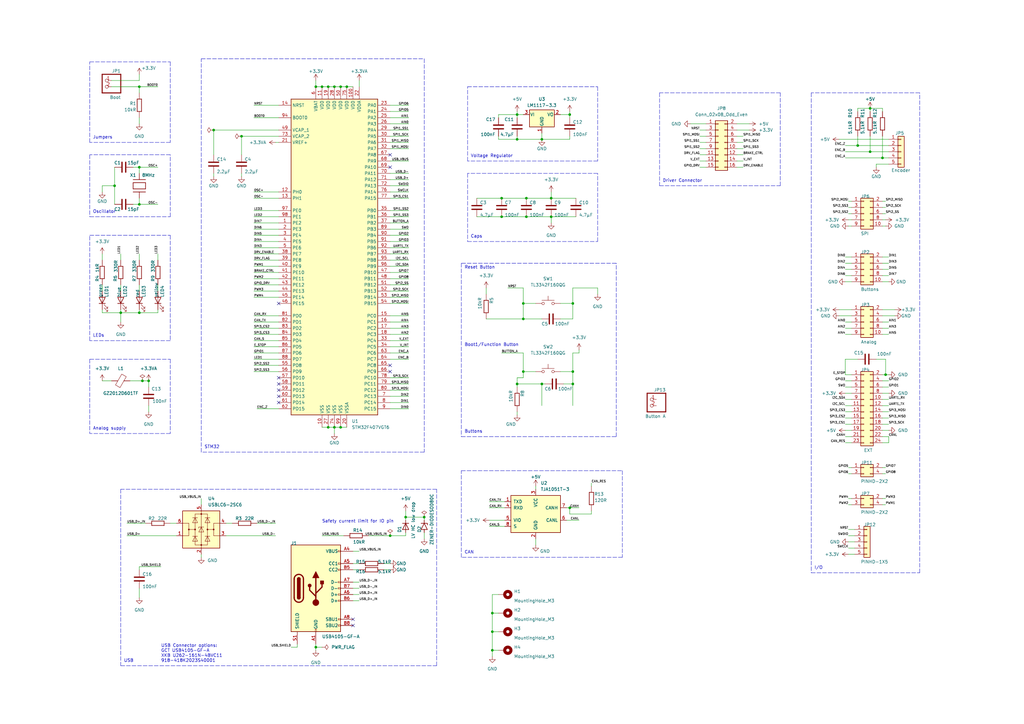
<source format=kicad_sch>
(kicad_sch (version 20211123) (generator eeschema)
  (paper "A3")
  (title_block (title "OpenFFBoard main") (date "2022-12-29") (rev "V1.2.4"))
  (junction (at 57.15 128.27))
  (junction (at 129.54 35.56))
  (junction (at 212.09 57.15))
  (junction (at 166.37 212.09))
  (junction (at 226.06 88.9))
  (junction (at 87.63 53.34))
  (junction (at 214.63 130.81))
  (junction (at 351.79 59.69))
  (junction (at 137.16 175.26))
  (junction (at 201.93 266.7))
  (junction (at 356.87 44.45))
  (junction (at 60.96 156.21))
  (junction (at 137.16 35.56))
  (junction (at 214.63 124.46))
  (junction (at 356.87 62.23))
  (junction (at 234.95 157.48))
  (junction (at 363.22 153.67))
  (junction (at 134.62 175.26))
  (junction (at 160.02 219.71))
  (junction (at 215.9 81.28))
  (junction (at 132.08 35.56))
  (junction (at 226.06 81.28))
  (junction (at 46.99 76.2))
  (junction (at 215.9 88.9))
  (junction (at 142.24 35.56))
  (junction (at 205.74 81.28))
  (junction (at 201.93 259.08))
  (junction (at 58.42 156.21))
  (junction (at 129.54 265.43))
  (junction (at 233.68 46.99))
  (junction (at 139.7 35.56))
  (junction (at 212.09 46.99))
  (junction (at 201.93 251.46))
  (junction (at 139.7 175.26))
  (junction (at 234.95 152.4))
  (junction (at 234.95 124.46))
  (junction (at 214.63 152.4))
  (junction (at 222.25 57.15))
  (junction (at 57.15 83.82))
  (junction (at 57.15 35.56))
  (junction (at 205.74 88.9))
  (junction (at 57.15 68.58))
  (junction (at 134.62 35.56))
  (junction (at 222.25 157.48))
  (junction (at 233.68 208.28))
  (junction (at 212.09 157.48))
  (junction (at 361.95 64.77))
  (junction (at 49.53 128.27))
  (junction (at 173.99 212.09))
  (junction (at 99.06 55.88))
  (no_connect (at 144.78 256.54))
  (no_connect (at 144.78 254))
  (no_connect (at 114.3 124.46))
  (no_connect (at 114.3 154.94))
  (no_connect (at 160.02 152.4))
  (no_connect (at 160.02 149.86))
  (no_connect (at 160.02 63.5))
  (no_connect (at 160.02 68.58))
  (no_connect (at 114.3 160.02))
  (no_connect (at 114.3 157.48))
  (no_connect (at 114.3 165.1))
  (no_connect (at 114.3 162.56))
  (wire (pts (xy 234.95 166.37) (xy 234.95 157.48)))
  (wire (pts (xy 54.61 83.82) (xy 57.15 83.82)))
  (wire (pts (xy 349.25 90.17) (xy 347.98 90.17)))
  (polyline (pts (xy 36.83 147.32) (xy 69.85 147.32)))
  (wire (pts (xy 344.17 57.15) (xy 364.49 57.15)))
  (wire (pts (xy 356.87 62.23) (xy 364.49 62.23)))
  (wire (pts (xy 173.99 212.09) (xy 173.99 213.36)))
  (wire (pts (xy 231.14 157.48) (xy 234.95 157.48)))
  (wire (pts (xy 64.77 128.27) (xy 64.77 127)))
  (wire (pts (xy 287.02 53.34) (xy 289.56 53.34)))
  (wire (pts (xy 351.79 44.45) (xy 356.87 44.45)))
  (wire (pts (xy 346.71 64.77) (xy 361.95 64.77)))
  (wire (pts (xy 212.09 157.48) (xy 222.25 157.48)))
  (wire (pts (xy 137.16 35.56) (xy 139.7 35.56)))
  (wire (pts (xy 104.14 139.7) (xy 114.3 139.7)))
  (wire (pts (xy 349.25 194.31) (xy 347.98 194.31)))
  (wire (pts (xy 147.32 241.3) (xy 144.78 241.3)))
  (polyline (pts (xy 36.83 25.4) (xy 69.85 25.4)))
  (wire (pts (xy 349.25 161.29) (xy 346.71 161.29)))
  (wire (pts (xy 60.96 156.21) (xy 60.96 158.75)))
  (polyline (pts (xy 377.19 234.95) (xy 377.19 38.1)))
  (wire (pts (xy 205.74 81.28) (xy 215.9 81.28)))
  (wire (pts (xy 160.02 96.52) (xy 167.64 96.52)))
  (wire (pts (xy 287.02 68.58) (xy 289.56 68.58)))
  (wire (pts (xy 114.3 91.44) (xy 104.14 91.44)))
  (polyline (pts (xy 245.11 66.04) (xy 191.77 66.04)))
  (wire (pts (xy 349.25 166.37) (xy 346.71 166.37)))
  (wire (pts (xy 349.25 176.53) (xy 346.71 176.53)))
  (wire (pts (xy 361.95 194.31) (xy 363.22 194.31)))
  (wire (pts (xy 82.55 227.33) (xy 82.55 228.6)))
  (wire (pts (xy 160.02 58.42) (xy 167.64 58.42)))
  (wire (pts (xy 229.87 46.99) (xy 233.68 46.99)))
  (polyline (pts (xy 245.11 71.12) (xy 191.77 71.12)))
  (polyline (pts (xy 255.27 193.04) (xy 255.27 228.6)))
  (wire (pts (xy 129.54 264.16) (xy 129.54 265.43)))
  (polyline (pts (xy 69.85 63.5) (xy 36.83 63.5)))
  (wire (pts (xy 166.37 212.09) (xy 173.99 212.09)))
  (wire (pts (xy 114.3 109.22) (xy 104.14 109.22)))
  (wire (pts (xy 226.06 81.28) (xy 236.22 81.28)))
  (polyline (pts (xy 36.83 139.7) (xy 36.83 96.52)))
  (wire (pts (xy 166.37 218.44) (xy 166.37 219.71)))
  (wire (pts (xy 114.3 101.6) (xy 104.14 101.6)))
  (wire (pts (xy 147.32 33.02) (xy 147.32 35.56)))
  (wire (pts (xy 222.25 54.61) (xy 222.25 57.15)))
  (wire (pts (xy 233.68 210.82) (xy 242.57 210.82)))
  (wire (pts (xy 204.47 46.99) (xy 212.09 46.99)))
  (wire (pts (xy 114.3 116.84) (xy 104.14 116.84)))
  (wire (pts (xy 349.25 163.83) (xy 346.71 163.83)))
  (wire (pts (xy 160.02 219.71) (xy 166.37 219.71)))
  (polyline (pts (xy 36.83 96.52) (xy 69.85 96.52)))
  (wire (pts (xy 349.25 107.95) (xy 346.71 107.95)))
  (wire (pts (xy 242.57 198.12) (xy 242.57 199.39)))
  (wire (pts (xy 234.95 124.46) (xy 234.95 130.81)))
  (wire (pts (xy 82.55 204.47) (xy 82.55 207.01)))
  (wire (pts (xy 160.02 91.44) (xy 167.64 91.44)))
  (wire (pts (xy 229.87 152.4) (xy 234.95 152.4)))
  (wire (pts (xy 226.06 88.9) (xy 236.22 88.9)))
  (wire (pts (xy 234.95 118.11) (xy 245.11 118.11)))
  (polyline (pts (xy 332.74 38.1) (xy 332.74 234.95)))
  (wire (pts (xy 57.15 35.56) (xy 64.77 35.56)))
  (wire (pts (xy 52.07 219.71) (xy 72.39 219.71)))
  (wire (pts (xy 214.63 154.94) (xy 212.09 154.94)))
  (wire (pts (xy 346.71 62.23) (xy 356.87 62.23)))
  (wire (pts (xy 104.14 132.08) (xy 114.3 132.08)))
  (wire (pts (xy 60.96 166.37) (xy 60.96 168.91)))
  (wire (pts (xy 41.91 128.27) (xy 41.91 127)))
  (wire (pts (xy 99.06 71.12) (xy 99.06 72.39)))
  (wire (pts (xy 242.57 209.55) (xy 242.57 210.82)))
  (wire (pts (xy 57.15 241.3) (xy 57.15 245.11)))
  (wire (pts (xy 41.91 128.27) (xy 49.53 128.27)))
  (wire (pts (xy 349.25 87.63) (xy 347.98 87.63)))
  (wire (pts (xy 361.95 105.41) (xy 364.49 105.41)))
  (wire (pts (xy 49.53 116.84) (xy 49.53 119.38)))
  (wire (pts (xy 364.49 181.61) (xy 364.49 179.07)))
  (wire (pts (xy 233.68 45.72) (xy 233.68 46.99)))
  (wire (pts (xy 160.02 53.34) (xy 167.64 53.34)))
  (wire (pts (xy 361.95 107.95) (xy 364.49 107.95)))
  (wire (pts (xy 173.99 220.98) (xy 173.99 218.44)))
  (wire (pts (xy 349.25 85.09) (xy 347.98 85.09)))
  (wire (pts (xy 157.48 231.14) (xy 160.02 231.14)))
  (wire (pts (xy 114.3 119.38) (xy 104.14 119.38)))
  (wire (pts (xy 160.02 124.46) (xy 167.64 124.46)))
  (wire (pts (xy 54.61 68.58) (xy 57.15 68.58)))
  (wire (pts (xy 151.13 219.71) (xy 160.02 219.71)))
  (wire (pts (xy 160.02 86.36) (xy 167.64 86.36)))
  (wire (pts (xy 346.71 147.32) (xy 346.71 153.67)))
  (polyline (pts (xy 69.85 25.4) (xy 69.85 58.42)))
  (wire (pts (xy 212.09 57.15) (xy 222.25 57.15)))
  (polyline (pts (xy 245.11 99.06) (xy 245.11 71.12)))
  (wire (pts (xy 132.08 35.56) (xy 134.62 35.56)))
  (wire (pts (xy 349.25 110.49) (xy 346.71 110.49)))
  (polyline (pts (xy 69.85 177.8) (xy 36.83 177.8)))
  (wire (pts (xy 113.03 58.42) (xy 114.3 58.42)))
  (wire (pts (xy 214.63 124.46) (xy 219.71 124.46)))
  (wire (pts (xy 114.3 93.98) (xy 104.14 93.98)))
  (wire (pts (xy 349.25 127) (xy 344.17 127)))
  (wire (pts (xy 361.95 161.29) (xy 364.49 161.29)))
  (wire (pts (xy 160.02 137.16) (xy 167.64 137.16)))
  (wire (pts (xy 114.3 111.76) (xy 104.14 111.76)))
  (wire (pts (xy 364.49 179.07) (xy 361.95 179.07)))
  (polyline (pts (xy 377.19 38.1) (xy 332.74 38.1)))
  (wire (pts (xy 57.15 106.68) (xy 57.15 104.14)))
  (wire (pts (xy 104.14 142.24) (xy 114.3 142.24)))
  (wire (pts (xy 349.25 92.71) (xy 347.98 92.71)))
  (wire (pts (xy 207.01 215.9) (xy 200.66 215.9)))
  (polyline (pts (xy 191.77 66.04) (xy 191.77 35.56)))
  (wire (pts (xy 232.41 213.36) (xy 237.49 213.36)))
  (wire (pts (xy 364.49 59.69) (xy 351.79 59.69)))
  (wire (pts (xy 57.15 83.82) (xy 64.77 83.82)))
  (wire (pts (xy 233.68 208.28) (xy 237.49 208.28)))
  (wire (pts (xy 64.77 116.84) (xy 64.77 119.38)))
  (wire (pts (xy 59.69 214.63) (xy 52.07 214.63)))
  (wire (pts (xy 114.3 121.92) (xy 104.14 121.92)))
  (polyline (pts (xy 179.07 200.66) (xy 49.53 200.66)))
  (polyline (pts (xy 191.77 71.12) (xy 191.77 99.06)))
  (wire (pts (xy 166.37 212.09) (xy 166.37 213.36)))
  (wire (pts (xy 361.95 85.09) (xy 363.22 85.09)))
  (polyline (pts (xy 191.77 35.56) (xy 245.11 35.56)))
  (wire (pts (xy 160.02 121.92) (xy 167.64 121.92)))
  (wire (pts (xy 361.95 156.21) (xy 364.49 156.21)))
  (wire (pts (xy 46.99 83.82) (xy 46.99 76.2)))
  (wire (pts (xy 121.92 265.43) (xy 119.38 265.43)))
  (polyline (pts (xy 173.99 185.42) (xy 82.55 185.42)))
  (polyline (pts (xy 49.53 273.05) (xy 179.07 273.05)))
  (polyline (pts (xy 69.85 88.9) (xy 69.85 63.5)))
  (wire (pts (xy 104.14 144.78) (xy 114.3 144.78)))
  (wire (pts (xy 134.62 35.56) (xy 137.16 35.56)))
  (wire (pts (xy 361.95 191.77) (xy 363.22 191.77)))
  (wire (pts (xy 214.63 144.78) (xy 205.74 144.78)))
  (wire (pts (xy 140.97 219.71) (xy 132.08 219.71)))
  (polyline (pts (xy 252.73 107.95) (xy 189.23 107.95)))
  (wire (pts (xy 134.62 175.26) (xy 137.16 175.26)))
  (wire (pts (xy 359.41 147.32) (xy 363.22 147.32)))
  (wire (pts (xy 92.71 219.71) (xy 113.03 219.71)))
  (wire (pts (xy 104.14 134.62) (xy 114.3 134.62)))
  (wire (pts (xy 214.63 46.99) (xy 212.09 46.99)))
  (wire (pts (xy 287.02 58.42) (xy 289.56 58.42)))
  (wire (pts (xy 114.3 99.06) (xy 104.14 99.06)))
  (wire (pts (xy 160.02 106.68) (xy 167.64 106.68)))
  (wire (pts (xy 361.95 127) (xy 367.03 127)))
  (wire (pts (xy 142.24 35.56) (xy 144.78 35.56)))
  (polyline (pts (xy 173.99 24.13) (xy 173.99 185.42)))
  (wire (pts (xy 361.95 168.91) (xy 364.49 168.91)))
  (wire (pts (xy 349.25 158.75) (xy 346.71 158.75)))
  (wire (pts (xy 215.9 81.28) (xy 226.06 81.28)))
  (wire (pts (xy 92.71 214.63) (xy 95.25 214.63)))
  (wire (pts (xy 361.95 176.53) (xy 364.49 176.53)))
  (wire (pts (xy 49.53 106.68) (xy 49.53 104.14)))
  (wire (pts (xy 361.95 55.88) (xy 361.95 64.77)))
  (wire (pts (xy 363.22 147.32) (xy 363.22 153.67)))
  (polyline (pts (xy 49.53 200.66) (xy 49.53 273.05)))
  (wire (pts (xy 104.14 137.16) (xy 114.3 137.16)))
  (wire (pts (xy 201.93 259.08) (xy 201.93 266.7)))
  (wire (pts (xy 361.95 90.17) (xy 363.22 90.17)))
  (wire (pts (xy 114.3 167.64) (xy 105.41 167.64)))
  (wire (pts (xy 212.09 154.94) (xy 212.09 157.48)))
  (wire (pts (xy 129.54 33.02) (xy 129.54 35.56)))
  (polyline (pts (xy 189.23 107.95) (xy 189.23 179.07)))
  (wire (pts (xy 234.95 144.78) (xy 237.49 144.78)))
  (wire (pts (xy 304.8 63.5) (xy 302.26 63.5)))
  (wire (pts (xy 129.54 265.43) (xy 132.08 265.43)))
  (wire (pts (xy 346.71 153.67) (xy 349.25 153.67)))
  (wire (pts (xy 160.02 99.06) (xy 167.64 99.06)))
  (wire (pts (xy 147.32 226.06) (xy 144.78 226.06)))
  (wire (pts (xy 349.25 115.57) (xy 346.71 115.57)))
  (wire (pts (xy 356.87 44.45) (xy 356.87 45.72)))
  (wire (pts (xy 349.25 207.01) (xy 347.98 207.01)))
  (polyline (pts (xy 189.23 228.6) (xy 189.23 193.04)))
  (polyline (pts (xy 320.04 76.2) (xy 320.04 38.1)))
  (wire (pts (xy 160.02 101.6) (xy 167.64 101.6)))
  (wire (pts (xy 361.95 113.03) (xy 364.49 113.03)))
  (wire (pts (xy 160.02 111.76) (xy 167.64 111.76)))
  (wire (pts (xy 237.49 144.78) (xy 237.49 143.51)))
  (wire (pts (xy 160.02 139.7) (xy 167.64 139.7)))
  (wire (pts (xy 234.95 144.78) (xy 234.95 152.4)))
  (wire (pts (xy 201.93 259.08) (xy 204.47 259.08)))
  (wire (pts (xy 160.02 132.08) (xy 167.64 132.08)))
  (wire (pts (xy 195.58 81.28) (xy 205.74 81.28)))
  (wire (pts (xy 215.9 88.9) (xy 226.06 88.9)))
  (wire (pts (xy 160.02 81.28) (xy 167.64 81.28)))
  (wire (pts (xy 232.41 208.28) (xy 233.68 208.28)))
  (wire (pts (xy 349.25 105.41) (xy 346.71 105.41)))
  (wire (pts (xy 160.02 104.14) (xy 167.64 104.14)))
  (wire (pts (xy 226.06 88.9) (xy 226.06 91.44)))
  (wire (pts (xy 304.8 60.96) (xy 302.26 60.96)))
  (wire (pts (xy 349.25 191.77) (xy 347.98 191.77)))
  (wire (pts (xy 87.63 71.12) (xy 87.63 72.39)))
  (wire (pts (xy 147.32 238.76) (xy 144.78 238.76)))
  (wire (pts (xy 347.98 227.33) (xy 350.52 227.33)))
  (wire (pts (xy 45.72 33.02) (xy 57.15 33.02)))
  (wire (pts (xy 349.25 82.55) (xy 347.98 82.55)))
  (wire (pts (xy 160.02 119.38) (xy 167.64 119.38)))
  (wire (pts (xy 160.02 157.48) (xy 167.64 157.48)))
  (wire (pts (xy 99.06 63.5) (xy 99.06 55.88)))
  (wire (pts (xy 114.3 96.52) (xy 104.14 96.52)))
  (wire (pts (xy 53.34 156.21) (xy 58.42 156.21)))
  (wire (pts (xy 349.25 113.03) (xy 346.71 113.03)))
  (wire (pts (xy 201.93 243.84) (xy 201.93 251.46)))
  (wire (pts (xy 160.02 160.02) (xy 167.64 160.02)))
  (polyline (pts (xy 189.23 179.07) (xy 252.73 179.07)))
  (wire (pts (xy 41.91 156.21) (xy 45.72 156.21)))
  (wire (pts (xy 160.02 93.98) (xy 167.64 93.98)))
  (wire (pts (xy 361.95 166.37) (xy 364.49 166.37)))
  (wire (pts (xy 160.02 66.04) (xy 167.64 66.04)))
  (wire (pts (xy 204.47 57.15) (xy 212.09 57.15)))
  (wire (pts (xy 361.95 64.77) (xy 364.49 64.77)))
  (wire (pts (xy 201.93 251.46) (xy 204.47 251.46)))
  (wire (pts (xy 364.49 181.61) (xy 361.95 181.61)))
  (wire (pts (xy 160.02 165.1) (xy 167.64 165.1)))
  (wire (pts (xy 207.01 208.28) (xy 200.66 208.28)))
  (wire (pts (xy 212.09 158.75) (xy 212.09 157.48)))
  (wire (pts (xy 46.99 76.2) (xy 46.99 68.58)))
  (polyline (pts (xy 69.85 147.32) (xy 69.85 177.8)))
  (wire (pts (xy 160.02 114.3) (xy 167.64 114.3)))
  (wire (pts (xy 144.78 231.14) (xy 147.32 231.14)))
  (wire (pts (xy 212.09 45.72) (xy 212.09 46.99)))
  (wire (pts (xy 287.02 63.5) (xy 289.56 63.5)))
  (wire (pts (xy 349.25 168.91) (xy 346.71 168.91)))
  (wire (pts (xy 234.95 118.11) (xy 234.95 124.46)))
  (wire (pts (xy 160.02 50.8) (xy 167.64 50.8)))
  (wire (pts (xy 304.8 58.42) (xy 302.26 58.42)))
  (wire (pts (xy 233.68 55.88) (xy 233.68 57.15)))
  (wire (pts (xy 222.25 166.37) (xy 222.25 157.48)))
  (wire (pts (xy 46.99 76.2) (xy 41.91 76.2)))
  (wire (pts (xy 304.8 66.04) (xy 302.26 66.04)))
  (wire (pts (xy 349.25 129.54) (xy 344.17 129.54)))
  (wire (pts (xy 49.53 128.27) (xy 57.15 128.27)))
  (wire (pts (xy 363.22 153.67) (xy 364.49 153.67)))
  (wire (pts (xy 349.25 181.61) (xy 346.71 181.61)))
  (wire (pts (xy 361.95 129.54) (xy 367.03 129.54)))
  (wire (pts (xy 219.71 220.98) (xy 219.71 223.52)))
  (wire (pts (xy 351.79 55.88) (xy 351.79 59.69)))
  (wire (pts (xy 233.68 208.28) (xy 233.68 210.82)))
  (polyline (pts (xy 270.51 38.1) (xy 270.51 76.2)))
  (wire (pts (xy 147.32 246.38) (xy 144.78 246.38)))
  (polyline (pts (xy 332.74 234.95) (xy 377.19 234.95)))
  (wire (pts (xy 41.91 104.14) (xy 41.91 106.68)))
  (wire (pts (xy 160.02 45.72) (xy 167.64 45.72)))
  (wire (pts (xy 307.34 50.8) (xy 302.26 50.8)))
  (wire (pts (xy 132.08 175.26) (xy 134.62 175.26)))
  (wire (pts (xy 104.14 147.32) (xy 114.3 147.32)))
  (wire (pts (xy 58.42 156.21) (xy 60.96 156.21)))
  (polyline (pts (xy 82.55 185.42) (xy 82.55 24.13)))
  (wire (pts (xy 364.49 67.31) (xy 359.41 67.31)))
  (wire (pts (xy 57.15 232.41) (xy 57.15 233.68)))
  (wire (pts (xy 69.85 214.63) (xy 72.39 214.63)))
  (wire (pts (xy 160.02 134.62) (xy 167.64 134.62)))
  (polyline (pts (xy 179.07 273.05) (xy 179.07 200.66)))
  (wire (pts (xy 219.71 200.66) (xy 219.71 199.39)))
  (wire (pts (xy 114.3 104.14) (xy 104.14 104.14)))
  (wire (pts (xy 160.02 154.94) (xy 167.64 154.94)))
  (wire (pts (xy 212.09 48.26) (xy 212.09 46.99)))
  (wire (pts (xy 104.14 43.18) (xy 114.3 43.18)))
  (wire (pts (xy 139.7 35.56) (xy 142.24 35.56)))
  (wire (pts (xy 351.79 44.45) (xy 351.79 45.72)))
  (polyline (pts (xy 69.85 96.52) (xy 69.85 139.7)))
  (polyline (pts (xy 189.23 193.04) (xy 255.27 193.04)))
  (wire (pts (xy 351.79 59.69) (xy 346.71 59.69)))
  (wire (pts (xy 160.02 43.18) (xy 167.64 43.18)))
  (wire (pts (xy 129.54 265.43) (xy 129.54 266.7)))
  (wire (pts (xy 361.95 44.45) (xy 361.95 45.72)))
  (wire (pts (xy 361.95 137.16) (xy 364.49 137.16)))
  (wire (pts (xy 207.01 213.36) (xy 200.66 213.36)))
  (wire (pts (xy 361.95 204.47) (xy 363.22 204.47)))
  (wire (pts (xy 205.74 88.9) (xy 215.9 88.9)))
  (wire (pts (xy 361.95 82.55) (xy 363.22 82.55)))
  (wire (pts (xy 114.3 106.68) (xy 104.14 106.68)))
  (wire (pts (xy 361.95 87.63) (xy 363.22 87.63)))
  (wire (pts (xy 160.02 76.2) (xy 167.64 76.2)))
  (wire (pts (xy 349.25 171.45) (xy 346.71 171.45)))
  (wire (pts (xy 49.53 128.27) (xy 49.53 132.08)))
  (wire (pts (xy 229.87 130.81) (xy 234.95 130.81)))
  (wire (pts (xy 87.63 53.34) (xy 114.3 53.34)))
  (polyline (pts (xy 69.85 139.7) (xy 36.83 139.7)))
  (wire (pts (xy 361.95 207.01) (xy 363.22 207.01)))
  (wire (pts (xy 214.63 124.46) (xy 214.63 130.81)))
  (wire (pts (xy 283.21 50.8) (xy 289.56 50.8)))
  (wire (pts (xy 57.15 81.28) (xy 57.15 83.82)))
  (wire (pts (xy 361.95 171.45) (xy 364.49 171.45)))
  (wire (pts (xy 114.3 86.36) (xy 104.14 86.36)))
  (wire (pts (xy 49.53 128.27) (xy 49.53 127)))
  (wire (pts (xy 160.02 88.9) (xy 167.64 88.9)))
  (wire (pts (xy 41.91 76.2) (xy 41.91 78.74)))
  (wire (pts (xy 199.39 118.11) (xy 199.39 120.65)))
  (wire (pts (xy 201.93 251.46) (xy 201.93 259.08)))
  (polyline (pts (xy 36.83 88.9) (xy 69.85 88.9)))
  (wire (pts (xy 214.63 130.81) (xy 222.25 130.81)))
  (wire (pts (xy 350.52 222.25) (xy 347.98 222.25)))
  (wire (pts (xy 160.02 144.78) (xy 167.64 144.78)))
  (wire (pts (xy 214.63 118.11) (xy 208.28 118.11)))
  (wire (pts (xy 214.63 118.11) (xy 214.63 124.46)))
  (wire (pts (xy 160.02 109.22) (xy 167.64 109.22)))
  (wire (pts (xy 307.34 53.34) (xy 302.26 53.34)))
  (wire (pts (xy 147.32 243.84) (xy 144.78 243.84)))
  (wire (pts (xy 160.02 129.54) (xy 167.64 129.54)))
  (wire (pts (xy 104.14 152.4) (xy 114.3 152.4)))
  (wire (pts (xy 160.02 116.84) (xy 167.64 116.84)))
  (wire (pts (xy 104.14 129.54) (xy 114.3 129.54)))
  (wire (pts (xy 204.47 266.7) (xy 201.93 266.7)))
  (wire (pts (xy 214.63 154.94) (xy 214.63 152.4)))
  (polyline (pts (xy 69.85 58.42) (xy 36.83 58.42)))
  (wire (pts (xy 57.15 128.27) (xy 57.15 127)))
  (wire (pts (xy 57.15 50.8) (xy 57.15 48.26)))
  (wire (pts (xy 129.54 35.56) (xy 132.08 35.56)))
  (wire (pts (xy 349.25 137.16) (xy 346.71 137.16)))
  (wire (pts (xy 361.95 92.71) (xy 363.22 92.71)))
  (wire (pts (xy 287.02 66.04) (xy 289.56 66.04)))
  (wire (pts (xy 57.15 68.58) (xy 64.77 68.58)))
  (polyline (pts (xy 255.27 228.6) (xy 189.23 228.6)))
  (wire (pts (xy 204.47 55.88) (xy 204.47 57.15)))
  (wire (pts (xy 144.78 233.68) (xy 147.32 233.68)))
  (wire (pts (xy 160.02 78.74) (xy 167.64 78.74)))
  (wire (pts (xy 361.95 44.45) (xy 356.87 44.45)))
  (wire (pts (xy 41.91 116.84) (xy 41.91 119.38)))
  (wire (pts (xy 204.47 48.26) (xy 204.47 46.99)))
  (wire (pts (xy 287.02 55.88) (xy 289.56 55.88)))
  (wire (pts (xy 349.25 132.08) (xy 346.71 132.08)))
  (polyline (pts (xy 270.51 76.2) (xy 320.04 76.2)))
  (wire (pts (xy 361.95 158.75) (xy 364.49 158.75)))
  (wire (pts (xy 114.3 88.9) (xy 104.14 88.9)))
  (wire (pts (xy 229.87 124.46) (xy 234.95 124.46)))
  (wire (pts (xy 137.16 175.26) (xy 139.7 175.26)))
  (wire (pts (xy 349.25 134.62) (xy 346.71 134.62)))
  (wire (pts (xy 105.41 214.63) (xy 113.03 214.63)))
  (wire (pts (xy 361.95 132.08) (xy 364.49 132.08)))
  (wire (pts (xy 114.3 48.26) (xy 104.14 48.26)))
  (wire (pts (xy 361.95 134.62) (xy 364.49 134.62)))
  (wire (pts (xy 287.02 60.96) (xy 289.56 60.96)))
  (wire (pts (xy 160.02 162.56) (xy 167.64 162.56)))
  (wire (pts (xy 160.02 48.26) (xy 167.64 48.26)))
  (wire (pts (xy 346.71 147.32) (xy 351.79 147.32)))
  (wire (pts (xy 160.02 55.88) (xy 167.64 55.88)))
  (wire (pts (xy 160.02 60.96) (xy 167.64 60.96)))
  (wire (pts (xy 223.52 157.48) (xy 222.25 157.48)))
  (wire (pts (xy 214.63 130.81) (xy 199.39 130.81)))
  (wire (pts (xy 359.41 67.31) (xy 359.41 68.58)))
  (wire (pts (xy 104.14 149.86) (xy 114.3 149.86)))
  (polyline (pts (xy 36.83 58.42) (xy 36.83 25.4)))
  (wire (pts (xy 207.01 205.74) (xy 200.66 205.74)))
  (wire (pts (xy 157.48 233.68) (xy 160.02 233.68)))
  (wire (pts (xy 350.52 217.17) (xy 347.98 217.17)))
  (polyline (pts (xy 36.83 63.5) (xy 36.83 88.9)))
  (wire (pts (xy 245.11 118.11) (xy 245.11 120.65)))
  (wire (pts (xy 64.77 106.68) (xy 64.77 104.14)))
  (wire (pts (xy 104.14 78.74) (xy 114.3 78.74)))
  (wire (pts (xy 212.09 55.88) (xy 212.09 57.15)))
  (wire (pts (xy 212.09 168.91) (xy 212.09 170.18)))
  (wire (pts (xy 166.37 209.55) (xy 166.37 212.09)))
  (wire (pts (xy 57.15 71.12) (xy 57.15 68.58)))
  (wire (pts (xy 195.58 88.9) (xy 205.74 88.9)))
  (wire (pts (xy 201.93 266.7) (xy 201.93 269.24)))
  (wire (pts (xy 87.63 63.5) (xy 87.63 53.34)))
  (wire (pts (xy 349.25 204.47) (xy 347.98 204.47)))
  (wire (pts (xy 361.95 163.83) (xy 364.49 163.83)))
  (wire (pts (xy 201.93 243.84) (xy 204.47 243.84)))
  (wire (pts (xy 361.95 173.99) (xy 364.49 173.99)))
  (polyline (pts (xy 245.11 35.56) (xy 245.11 66.04)))
  (wire (pts (xy 114.3 114.3) (xy 104.14 114.3)))
  (wire (pts (xy 160.02 147.32) (xy 167.64 147.32)))
  (wire (pts (xy 214.63 152.4) (xy 219.71 152.4)))
  (wire (pts (xy 222.25 57.15) (xy 233.68 57.15)))
  (wire (pts (xy 66.04 232.41) (xy 57.15 232.41)))
  (wire (pts (xy 233.68 48.26) (xy 233.68 46.99)))
  (polyline (pts (xy 82.55 24.13) (xy 173.99 24.13)))
  (wire (pts (xy 214.63 144.78) (xy 214.63 152.4)))
  (wire (pts (xy 121.92 264.16) (xy 121.92 265.43)))
  (wire (pts (xy 304.8 68.58) (xy 302.26 68.58)))
  (wire (pts (xy 361.95 110.49) (xy 364.49 110.49)))
  (polyline (pts (xy 191.77 99.06) (xy 245.11 99.06)))
  (wire (pts (xy 99.06 55.88) (xy 114.3 55.88)))
  (wire (pts (xy 139.7 175.26) (xy 142.24 175.26)))
  (wire (pts (xy 137.16 175.26) (xy 137.16 177.8)))
  (polyline (pts (xy 320.04 38.1) (xy 270.51 38.1)))
  (wire (pts (xy 57.15 116.84) (xy 57.15 119.38)))
  (wire (pts (xy 104.14 81.28) (xy 114.3 81.28)))
  (wire (pts (xy 57.15 35.56) (xy 57.15 38.1)))
  (wire (pts (xy 356.87 55.88) (xy 356.87 62.23)))
  (wire (pts (xy 160.02 167.64) (xy 167.64 167.64)))
  (wire (pts (xy 160.02 142.24) (xy 167.64 142.24)))
  (wire (pts (xy 160.02 71.12) (xy 167.64 71.12)))
  (wire (pts (xy 361.95 153.67) (xy 363.22 153.67)))
  (wire (pts (xy 350.52 224.79) (xy 347.98 224.79)))
  (wire (pts (xy 349.25 156.21) (xy 346.71 156.21)))
  (wire (pts (xy 226.06 81.28) (xy 226.06 78.74)))
  (wire (pts (xy 57.15 128.27) (xy 64.77 128.27)))
  (polyline (pts (xy 36.83 147.32) (xy 36.83 177.8)))
  (wire (pts (xy 350.52 219.71) (xy 347.98 219.71)))
  (wire (pts (xy 160.02 73.66) (xy 167.64 73.66)))
  (wire (pts (xy 45.72 35.56) (xy 57.15 35.56)))
  (wire (pts (xy 234.95 152.4) (xy 234.95 157.48)))
  (wire (pts (xy 304.8 55.88) (xy 302.26 55.88)))
  (wire (pts (xy 349.25 173.99) (xy 346.71 173.99)))
  (polyline (pts (xy 252.73 179.07) (xy 252.73 107.95)))
  (wire (pts (xy 57.15 33.02) (xy 57.15 30.48)))
  (wire (pts (xy 349.25 179.07) (xy 346.71 179.07)))
  (wire (pts (xy 361.95 115.57) (xy 364.49 115.57)))
  (text "Safety current limit for IO pin" (at 132.08 214.63 180) (effects (font (size 1.27 1.27)) (justify left bottom)))
  (text "Voltage Regulator" (at 193.04 64.77 180) (effects (font (size 1.27 1.27)) (justify left bottom)))
  (text "USB Connector options:\nGCT USB4105-GF-A\nXKB U262-161N-4BVC11\n918-418K2023S40001" (at 66.04 271.78 180) (effects (font (size 1.27 1.27)) (justify left bottom)))
  (text "I/O" (at 334.01 233.68 180) (effects (font (size 1.27 1.27)) (justify left bottom)))
  (text "Analog supply" (at 38.1 176.53 180) (effects (font (size 1.27 1.27)) (justify left bottom)))
  (text "Jumpers" (at 38.1 57.15 0) (effects (font (size 1.27 1.27)) (justify left bottom)))
  (text "CAN" (at 190.5 227.33 180) (effects (font (size 1.27 1.27)) (justify left bottom)))
  (text "Reset Button" (at 190.5 110.49 180) (effects (font (size 1.27 1.27)) (justify left bottom)))
  (text "Driver Connector" (at 271.78 74.93 180) (effects (font (size 1.27 1.27)) (justify left bottom)))
  (text "Oscillator" (at 38.1 87.63 180) (effects (font (size 1.27 1.27)) (justify left bottom)))
  (text "STM32" (at 83.82 184.15 180) (effects (font (size 1.27 1.27)) (justify left bottom)))
  (text "Buttons" (at 190.5 177.8 180) (effects (font (size 1.27 1.27)) (justify left bottom)))
  (text "Boot1/Function Button" (at 190.5 142.24 180) (effects (font (size 1.27 1.27)) (justify left bottom)))
  (text "USB" (at 50.8 271.78 180) (effects (font (size 1.27 1.27)) (justify left bottom)))
  (text "Caps" (at 193.04 97.79 180) (effects (font (size 1.27 1.27)) (justify left bottom)))
  (text "LEDs\n" (at 38.1 138.43 180) (effects (font (size 1.27 1.27)) (justify left bottom)))
  (label "SPI3_MOSI" (at 167.64 160.02 180) (effects (font (size 0.889 0.889))))
  (label "AIN2" (at 346.71 134.62 180) (effects (font (size 0.889 0.889))))
  (label "GPIO3" (at 167.64 99.06 180) (effects (font (size 0.889 0.889))))
  (label "CANL" (at 237.49 213.36 180) (effects (font (size 0.889 0.889))))
  (label "AIN0" (at 346.71 132.08 180) (effects (font (size 0.889 0.889))))
  (label "CAN_TX" (at 200.66 205.74 0) (effects (font (size 0.889 0.889))))
  (label "ENC_B" (at 346.71 62.23 180) (effects (font (size 0.889 0.889))))
  (label "PWM1" (at 104.14 109.22 0) (effects (font (size 0.889 0.889))))
  (label "SPI1_SS1" (at 167.64 53.34 180) (effects (font (size 0.889 0.889))))
  (label "LED1" (at 49.53 104.14 90) (effects (font (size 0.889 0.889))))
  (label "SPI3_SCK" (at 167.64 154.94 180) (effects (font (size 0.889 0.889))))
  (label "DIN3" (at 104.14 101.6 0) (effects (font (size 0.889 0.889))))
  (label "BUTTON_A" (at 167.64 91.44 180) (effects (font (size 0.889 0.889))))
  (label "AIN5" (at 364.49 137.16 0) (effects (font (size 0.889 0.889))))
  (label "V_EXT" (at 167.64 139.7 180) (effects (font (size 0.889 0.889))))
  (label "USB_D-" (at 167.64 71.12 180) (effects (font (size 0.889 0.889))))
  (label "SPI2_SS3" (at 347.98 85.09 180) (effects (font (size 0.889 0.889))))
  (label "AIN2" (at 167.64 137.16 180) (effects (font (size 0.889 0.889))))
  (label "UART1_TX" (at 364.49 166.37 0) (effects (font (size 0.889 0.889))))
  (label "SPI3_CS2" (at 104.14 134.62 0) (effects (font (size 0.889 0.889))))
  (label "AIN0" (at 167.64 50.8 180) (effects (font (size 0.889 0.889))))
  (label "LED2" (at 57.15 104.14 90) (effects (font (size 0.889 0.889))))
  (label "SPI1_MOSI" (at 287.02 55.88 180) (effects (font (size 0.889 0.889))))
  (label "E_STOP" (at 104.14 142.24 0) (effects (font (size 0.889 0.889))))
  (label "SPI1_MOSI" (at 167.64 60.96 180) (effects (font (size 0.889 0.889))))
  (label "SPI1_SCK" (at 167.64 55.88 180) (effects (font (size 0.889 0.889))))
  (label "SPI1_SS2" (at 287.02 60.96 180) (effects (font (size 0.889 0.889))))
  (label "SPI2_MOSI" (at 347.98 82.55 180) (effects (font (size 0.889 0.889))))
  (label "USB_D+_IN" (at 52.07 214.63 0) (effects (font (size 0.889 0.889))))
  (label "SPI2_SS2" (at 347.98 87.63 180) (effects (font (size 0.889 0.889))))
  (label "SPI2_SCK" (at 167.64 119.38 180) (effects (font (size 0.889 0.889))))
  (label "GPIO8" (at 167.64 114.3 180) (effects (font (size 0.889 0.889))))
  (label "CAN_RES" (at 242.57 198.12 0) (effects (font (size 0.889 0.889))))
  (label "USB_VBUS_IN" (at 82.55 204.47 180) (effects (font (size 0.889 0.889))))
  (label "SPI1_SS3" (at 167.64 88.9 180) (effects (font (size 0.889 0.889))))
  (label "SPI3_MISO" (at 167.64 157.48 180) (effects (font (size 0.889 0.889))))
  (label "SWDIO" (at 347.98 219.71 180) (effects (font (size 0.889 0.889))))
  (label "DRV_ENABLE" (at 104.14 104.14 0) (effects (font (size 0.889 0.889))))
  (label "CANL" (at 364.49 179.07 0) (effects (font (size 0.889 0.889))))
  (label "SPI2_SS" (at 363.22 87.63 0) (effects (font (size 0.889 0.889))))
  (label "SPI1_MISO" (at 167.64 58.42 180) (effects (font (size 0.889 0.889))))
  (label "DIN6" (at 346.71 113.03 180) (effects (font (size 0.889 0.889))))
  (label "SPI2_SS" (at 167.64 116.84 180) (effects (font (size 0.889 0.889))))
  (label "GPIO7" (at 363.22 191.77 0) (effects (font (size 0.889 0.889))))
  (label "NRST" (at 347.98 217.17 180) (effects (font (size 0.889 0.889))))
  (label "SPI3_MOSI" (at 364.49 168.91 0) (effects (font (size 0.889 0.889))))
  (label "OSC+" (at 64.77 68.58 180) (effects (font (size 0.889 0.889))))
  (label "DIN6" (at 104.14 93.98 0) (effects (font (size 0.889 0.889))))
  (label "USB_D-" (at 113.03 219.71 180) (effects (font (size 0.889 0.889))))
  (label "AIN3" (at 167.64 134.62 180) (effects (font (size 0.889 0.889))))
  (label "GPIO5" (at 167.64 45.72 180) (effects (font (size 0.889 0.889))))
  (label "USB_D-_IN" (at 113.03 214.63 180) (effects (font (size 0.889 0.889))))
  (label "GPIO2" (at 364.49 156.21 0) (effects (font (size 0.889 0.889))))
  (label "AIN3" (at 364.49 134.62 0) (effects (font (size 0.889 0.889))))
  (label "V_EXT" (at 287.02 66.04 180) (effects (font (size 0.889 0.889))))
  (label "SPI3_CS3" (at 104.14 137.16 0) (effects (font (size 0.889 0.889))))
  (label "DIN0" (at 167.64 167.64 180) (effects (font (size 0.889 0.889))))
  (label "CANH" (at 346.71 179.07 180) (effects (font (size 0.889 0.889))))
  (label "GPIO1" (at 104.14 144.78 0) (effects (font (size 0.889 0.889))))
  (label "CAN_RES" (at 346.71 181.61 180) (effects (font (size 0.889 0.889))))
  (label "OSC-" (at 104.14 81.28 0) (effects (font (size 0.889 0.889))))
  (label "I2C_SDA" (at 167.64 109.22 180) (effects (font (size 0.889 0.889))))
  (label "SPI3_CS1" (at 346.71 173.99 180) (effects (font (size 0.889 0.889))))
  (label "DRV_FLAG" (at 104.14 106.68 0) (effects (font (size 0.889 0.889))))
  (label "BUTTON_A" (at 205.74 144.78 0) (effects (font (size 0.889 0.889))))
  (label "SPI2_SS3" (at 104.14 152.4 0) (effects (font (size 0.889 0.889))))
  (label "SWO" (at 167.64 93.98 180) (effects (font (size 0.889 0.889))))
  (label "ENC_Z" (at 346.71 59.69 180) (effects (font (size 0.889 0.889))))
  (label "OSC-" (at 64.77 83.82 180) (effects (font (size 0.889 0.889))))
  (label "DRV_ENABLE" (at 304.8 68.58 0) (effects (font (size 0.889 0.889))))
  (label "BRAKE_CTRL" (at 304.8 63.5 0) (effects (font (size 0.889 0.889))))
  (label "ENC_A" (at 346.71 64.77 180) (effects (font (size 0.889 0.889))))
  (label "USB_VBUS" (at 167.64 66.04 180) (effects (font (size 0.889 0.889))))
  (label "SPI3_SCK" (at 364.49 173.99 0) (effects (font (size 0.889 0.889))))
  (label "DIN5" (at 104.14 96.52 0) (effects (font (size 0.889 0.889))))
  (label "USB_SHIELD" (at 66.04 232.41 180) (effects (font (size 0.889 0.889))))
  (label "V_INT" (at 304.8 66.04 0) (effects (font (size 0.889 0.889))))
  (label "USB_VBUS_IN" (at 147.32 226.06 0) (effects (font (size 0.889 0.889))))
  (label "SPI2_SCK" (at 363.22 85.09 0) (effects (font (size 0.889 0.889))))
  (label "PWM4" (at 347.98 204.47 180) (effects (font (size 0.889 0.889))))
  (label "DIN7" (at 364.49 113.03 0) (effects (font (size 0.889 0.889))))
  (label "DIN5" (at 364.49 110.49 0) (effects (font (size 0.889 0.889))))
  (label "NRST" (at 208.28 118.11 0) (effects (font (size 0.889 0.889))))
  (label "SPI2_MISO" (at 363.22 82.55 0) (effects (font (size 0.889 0.889))))
  (label "USB_D-_IN" (at 147.32 238.76 0) (effects (font (size 0.889 0.889))))
  (label "DIN1" (at 167.64 165.1 180) (effects (font (size 0.889 0.889))))
  (label "GPIO5" (at 347.98 191.77 180) (effects (font (size 0.889 0.889))))
  (label "PWM2" (at 347.98 207.01 180) (effects (font (size 0.889 0.889))))
  (label "PWM3" (at 104.14 119.38 0) (effects (font (size 0.889 0.889))))
  (label "CAN_TX" (at 104.14 132.08 0) (effects (font (size 0.889 0.889))))
  (label "UART1_TX" (at 167.64 101.6 180) (effects (font (size 0.889 0.889))))
  (label "CAN_RX" (at 200.66 208.28 0) (effects (font (size 0.889 0.889))))
  (label "CAN_RX" (at 104.14 129.54 0) (effects (font (size 0.889 0.889))))
  (label "AIN1" (at 364.49 132.08 0) (effects (font (size 0.889 0.889))))
  (label "UART1_RX" (at 364.49 163.83 0) (effects (font (size 0.889 0.889))))
  (label "SPI1_MISO" (at 304.8 55.88 0) (effects (font (size 0.889 0.889))))
  (label "LED3" (at 104.14 86.36 0) (effects (font (size 0.889 0.889))))
  (label "PWM2" (at 104.14 114.3 0) (effects (font (size 0.889 0.889))))
  (label "V_INT" (at 167.64 142.24 180) (effects (font (size 0.889 0.889))))
  (label "SPI1_SCK" (at 304.8 58.42 0) (effects (font (size 0.889 0.889))))
  (label "AIN4" (at 346.71 137.16 180) (effects (font (size 0.889 0.889))))
  (label "DIN3" (at 364.49 107.95 0) (effects (font (size 0.889 0.889))))
  (label "DIN4" (at 104.14 99.06 0) (effects (font (size 0.889 0.889))))
  (label "USB_D+_IN" (at 147.32 243.84 0) (effects (font (size 0.889 0.889))))
  (label "USB_VBUS" (at 132.08 219.71 0) (effects (font (size 0.889 0.889))))
  (label "SPI3_CS1" (at 167.64 81.28 180) (effects (font (size 0.889 0.889))))
  (label "AIN1" (at 167.64 48.26 180) (effects (font (size 0.889 0.889))))
  (label "GPIO1" (at 364.49 158.75 0) (effects (font (size 0.889 0.889))))
  (label "I2C_SDA" (at 346.71 163.83 180) (effects (font (size 0.889 0.889))))
  (label "USB_D+_IN" (at 147.32 246.38 0) (effects (font (size 0.889 0.889))))
  (label "I2C_SCL" (at 346.71 166.37 180) (effects (font (size 0.889 0.889))))
  (label "SWCLK" (at 347.98 224.79 180) (effects (font (size 0.889 0.889))))
  (label "NRST" (at 104.14 43.18 0) (effects (font (size 0.889 0.889))))
  (label "SPI1_SS3" (at 304.8 60.96 0) (effects (font (size 0.889 0.889))))
  (label "SPI3_CS3" (at 346.71 168.91 180) (effects (font (size 0.889 0.889))))
  (label "E_STOP" (at 346.71 153.67 180) (effects (font (size 0.889 0.889))))
  (label "GPIO3" (at 346.71 156.21 180) (effects (font (size 0.889 0.889))))
  (label "GPIO_DRV" (at 104.14 116.84 0) (effects (font (size 0.889 0.889))))
  (label "USB_VBUS_IN" (at 158.75 219.71 180) (effects (font (size 0.889 0.889))))
  (label "OSC+" (at 104.14 78.74 0) (effects (font (size 0.889 0.889))))
  (label "PWM1" (at 363.22 207.01 0) (effects (font (size 0.889 0.889))))
  (label "LED2" (at 104.14 88.9 0) (effects (font (size 0.889 0.889))))
  (label "CANH" (at 237.49 208.28 180) (effects (font (size 0.889 0.889))))
  (label "AIN5" (at 167.64 129.54 180) (effects (font (size 0.889 0.889))))
  (label "BRAKE_CTRL" (at 104.14 111.76 0) (effects (font (size 0.889 0.889))))
  (label "DRV_FLAG" (at 287.02 63.5 180) (effects (font (size 0.889 0.889))))
  (label "CAN_S" (at 104.14 139.7 0) (effects (font (size 0.889 0.889))))
  (label "AIN4" (at 167.64 132.08 180) (effects (font (size 0.889 0.889))))
  (label "GPIO6" (at 167.64 43.18 180) (effects (font (size 0.889 0.889))))
  (label "GPIO7" (at 167.64 111.76 180) (effects (font (size 0.889 0.889))))
  (label "SPI1_SS1" (at 287.02 58.42 180) (effects (font (size 0.889 0.889))))
  (label "I2C_SCL" (at 167.64 106.68 180) (effects (font (size 0.889 0.889))))
  (label "PWM4" (at 104.14 121.92 0) (effects (font (size 0.889 0.889))))
  (label "GPIO6" (at 347.98 194.31 180) (effects (font (size 0.889 0.889))))
  (label "GPIO8" (at 363.22 194.31 0) (effects (font (size 0.889 0.889))))
  (label "USB_SHIELD" (at 119.38 265.43 180) (effects (font (size 0.889 0.889))))
  (label "SWCLK" (at 167.64 78.74 180) (effects (font (size 0.889 0.889))))
  (label "SPI2_MOSI" (at 167.64 124.46 180) (effects (font (size 0.889 0.889))))
  (label "DIN1" (at 364.49 105.41 0) (effects (font (size 0.889 0.889))))
  (label "NRST" (at 287.02 53.34 180) (effects (font (size 0.889 0.889))))
  (label "DIN2" (at 346.71 107.95 180) (effects (font (size 0.889 0.889))))
  (label "GPIO2" (at 167.64 96.52 180) (effects (font (size 0.889 0.889))))
  (label "ENC_B" (at 167.64 147.32 180) (effects (font (size 0.889 0.889))))
  (label "PWM3" (at 363.22 204.47 0) (effects (font (size 0.889 0.889))))
  (label "SPI2_SS2" (at 104.14 149.86 0) (effects (font (size 0.889 0.889))))
  (label "SWDIO" (at 167.64 76.2 180) (effects (font (size 0.889 0.889))))
  (label "DIN0" (at 346.71 105.41 180) (effects (font (size 0.889 0.889))))
  (label "USB_D-_IN" (at 147.32 241.3 0) (effects (font (size 0.889 0.889))))
  (label "SWO" (at 346.71 158.75 180) (effects (font (size 0.889 0.889))))
  (label "DIN2" (at 167.64 162.56 180) (effects (font (size 0.889 0.889))))
  (label "SPI3_CS2" (at 346.71 171.45 180) (effects (font (size 0.889 0.889))))
  (label "DIN7" (at 104.14 91.44 0) (effects (font (size 0.889 0.889))))
  (label "USB_D+" (at 167.64 73.66 180) (effects (font (size 0.889 0.889))))
  (label "SPI1_SS2" (at 167.64 86.36 180) (effects (font (size 0.889 0.889))))
  (label "DIN4" (at 346.71 110.49 180) (effects (font (size 0.889 0.889))))
  (label "ENC_Z" (at 105.41 167.64 0) (effects (font (size 0.889 0.889))))
  (label "SPI2_MISO" (at 167.64 121.92 180) (effects (font (size 0.889 0.889))))
  (label "BOOT0" (at 104.14 48.26 0) (effects (font (size 0.889 0.889))))
  (label "CAN_S" (at 200.66 215.9 0) (effects (font (size 0.889 0.889))))
  (label "LED1" (at 104.14 147.32 0) (effects (font (size 0.889 0.889))))
  (label "USB_D+" (at 52.07 219.71 0) (effects (font (size 0.889 0.889))))
  (label "SPI3_MISO" (at 364.49 171.45 0) (effects (font (size 0.889 0.889))))
  (label "GPIO_DRV" (at 287.02 68.58 180) (effects (font (size 0.889 0.889))))
  (label "ENC_A" (at 167.64 144.78 180) (effects (font (size 0.889 0.889))))
  (label "UART1_RX" (at 167.64 104.14 180) (effects (font (size 0.889 0.889))))
  (label "BOOT0" (at 64.77 35.56 180) (effects (font (size 0.889 0.889))))
  (label "LED3" (at 64.77 104.14 90) (effects (font (size 0.889 0.889))))
  (symbol (lib_id "power:GND") (at 41.91 78.74 0) (unit 1)
    (property "Reference" "#PWR0105" (effects hide))
    (property "Value" "GND" (at 41.91 82.55 0))
  )
  (symbol (lib_id "power:+3.3V") (at 200.66 213.36 90) (unit 1)
    (property "Reference" "#PWR08" (effects hide))
    (property "Value" "+3.3V" (at 196.85 213.3599 90) (effects (justify left)))
  )
  (symbol (lib_id "power:GND") (at 49.53 132.08 0) (unit 1)
    (property "Reference" "#PWR0118" (effects hide))
    (property "Value" "GND" (at 49.53 137.16 0))
  )
  (symbol (lib_id "stm_board_f407_1.2.4-eagle-import:R-EU_R0603") (at 100.33 214.63 0) (unit 1)
    (property "Reference" "R3" (at 96.52 213.36 0) (effects (justify left bottom)))
    (property "Value" "22R" (at 100.33 213.36 0) (effects (justify left bottom)))
    (property "Footprint" "Resistor_SMD:R_0603_1608Metric" (effects hide))
  )
  (symbol (lib_id "power:GND") (at 364.49 115.57 90) (unit 1)
    (property "Reference" "#PWR0109" (effects hide))
    (property "Value" "GND" (at 369.57 115.57 90))
  )
  (symbol (lib_id "power:+3.3VA") (at 147.32 33.02 0) (unit 1)
    (property "Reference" "#PWR029" (effects hide))
    (property "Value" "+3.3VA" (at 147.32 29.21 0))
  )
  (symbol (lib_id "power:GND") (at 226.06 91.44 0) (unit 1)
    (property "Reference" "#PWR0119" (effects hide))
    (property "Value" "GND" (at 226.06 96.52 0))
  )
  (symbol (lib_id "power:+3.3V") (at 367.03 127 270) (unit 1)
    (property "Reference" "#PWR014" (effects hide))
    (property "Value" "+3.3V" (at 369.57 127 90) (effects (justify left)))
  )
  (symbol (lib_id "Device:LED") (at 64.77 123.19 90) (unit 1)
    (property "Reference" "LED4" (at 67.31 121.92 0) (effects (justify left bottom)))
    (property "Value" "yellow" (at 64.77 121.92 0) (effects (justify left bottom)))
    (property "Footprint" "LED_SMD:LED_0805_2012Metric" (effects hide))
  )
  (symbol (lib_id "power:GND") (at 283.21 50.8 270) (mirror x) (unit 1)
    (property "Reference" "#PWR0123" (effects hide))
    (property "Value" "GND" (at 279.4 50.8 90) (effects (justify right)))
  )
  (symbol (lib_id "stm_board_f407_1.2.4-eagle-import:R-EU_R0603") (at 242.57 204.47 90) (unit 1)
    (property "Reference" "R13" (at 247.65 201.93 90) (effects (justify left bottom)))
    (property "Value" "120R" (at 248.92 204.47 90) (effects (justify left bottom)))
    (property "Footprint" "Resistor_SMD:R_0603_1608Metric" (effects hide))
  )
  (symbol (lib_id "Connector_Generic:Conn_02x12_Odd_Even") (at 354.33 166.37 0) (unit 1)
    (property "Reference" "JP4" (at 353.06 152.4 0) (effects (justify left bottom)))
    (property "Value" "EXT" (at 354.33 185.42 0) (effects (justify left bottom)))
    (property "Footprint" "Connector_PinHeader_2.54mm:PinHeader_2x12_P2.54mm_Vertical" (effects hide))
  )
  (symbol (lib_id "power:PWR_FLAG") (at 58.42 156.21 0) (unit 1)
    (property "Reference" "#FLG0103" (effects hide))
    (property "Value" "PWR_FLAG" (effects hide))
  )
  (symbol (lib_id "stm_board_f407_1.2.4-eagle-import:R-EU_R0603") (at 351.79 50.8 270) (unit 1)
    (property "Reference" "R10" (at 347.98 44.45 0) (effects (justify left bottom)))
    (property "Value" "5.1kR" (at 347.98 49.53 0) (effects (justify left bottom)))
    (property "Footprint" "Resistor_SMD:R_0603_1608Metric" (effects hide))
  )
  (symbol (lib_id "stm_board_f407_1.2.4-eagle-import:DIODESMA") (at 166.37 215.9 90) (unit 1)
    (property "Reference" "D1" (at 164.592 218.44 0) (effects (justify left bottom)))
    (property "Value" "LV HC low drop" (at 170.18 220.98 0) (effects (justify left bottom)))
    (property "Footprint" "stm_board_f407_1.2.4:SMADIODE" (effects hide))
  )
  (symbol (lib_id "Device:C") (at 205.74 85.09 0) (unit 1)
    (property "Reference" "C7" (at 207.01 83.82 0) (effects (justify left bottom)))
    (property "Value" "100nF" (at 207.01 88.9 0) (effects (justify left bottom)))
    (property "Footprint" "Capacitor_SMD:C_0603_1608Metric" (effects hide))
  )
  (symbol (lib_id "stm_board_f407_1.2.4-eagle-import:R-EU_R0603") (at 57.15 111.76 90) (unit 1)
    (property "Reference" "R7" (at 55.88 115.57 0) (effects (justify left bottom)))
    (property "Value" "330R" (at 55.88 111.76 0) (effects (justify left bottom)))
    (property "Footprint" "Resistor_SMD:R_0603_1608Metric" (effects hide))
  )
  (symbol (lib_id "stm_board_f407_1.2.4-eagle-import:R-EU_R0603") (at 152.4 231.14 0) (mirror y) (unit 1)
    (property "Reference" "R15" (at 149.86 231.14 0) (effects (justify left bottom)))
    (property "Value" "5.1kR" (at 154.94 231.14 0) (effects (justify right bottom)))
    (property "Footprint" "Resistor_SMD:R_0603_1608Metric" (effects hide))
  )
  (symbol (lib_id "Device:C") (at 236.22 85.09 0) (unit 1)
    (property "Reference" "C10" (at 237.49 83.82 0) (effects (justify left bottom)))
    (property "Value" "4.7µF" (at 237.49 88.9 0) (effects (justify left bottom)))
    (property "Footprint" "Capacitor_SMD:C_0805_2012Metric" (effects hide))
  )
  (symbol (lib_id "power:+5V") (at 344.17 57.15 90) (unit 1)
    (property "Reference" "#PWR020" (effects hide))
    (property "Value" "+5V" (at 340.36 57.1499 90) (effects (justify left)))
  )
  (symbol (lib_id "power:PWR_FLAG") (at 173.99 212.09 0) (unit 1)
    (property "Reference" "#FLG01" (effects hide))
    (property "Value" "PWR_FLAG" (effects hide))
  )
  (symbol (lib_id "Device:C") (at 227.33 157.48 90) (unit 1)
    (property "Reference" "C6" (at 226.06 158.75 90) (effects (justify left bottom)))
    (property "Value" "100nF" (at 234.95 158.75 90) (effects (justify left bottom)))
    (property "Footprint" "Capacitor_SMD:C_0603_1608Metric" (effects hide))
  )
  (symbol (lib_id "Connector_Generic:Conn_02x05_Odd_Even") (at 354.33 132.08 0) (unit 1)
    (property "Reference" "JP3" (at 353.06 125.73 0) (effects (justify left bottom)))
    (property "Value" "Analog" (at 353.06 140.97 0) (effects (justify left bottom)))
    (property "Footprint" "Connector_PinHeader_2.54mm:PinHeader_2x05_P2.54mm_Vertical" (effects hide))
  )
  (symbol (lib_id "power:GND") (at 87.63 72.39 0) (unit 1)
    (property "Reference" "#PWR03" (effects hide))
    (property "Value" "GND" (at 87.63 76.2 0))
  )
  (symbol (lib_id "power:+3.3V") (at 41.91 104.14 0) (unit 1)
    (property "Reference" "#PWR06" (effects hide))
    (property "Value" "+3.3V" (at 41.91 99.06 0))
  )
  (symbol (lib_id "stm_board_f407_1.2.4-eagle-import:PINHD-1X2") (at 266.7 166.37 0) (mirror y) (unit 1)
    (property "Reference" "JP13" (at 273.05 160.655 0) (effects (justify left bottom)))
    (property "Value" "Button A" (at 273.05 171.45 0) (effects (justify left bottom)))
    (property "Footprint" "stm_board_f407_1.2.4:1X02" (effects hide))
  )
  (symbol (lib_id "power:GND") (at 347.98 222.25 270) (unit 1)
    (property "Reference" "#PWR0121" (effects hide))
    (property "Value" "GND" (at 340.36 222.25 90) (effects (justify left)))
  )
  (symbol (lib_id "Power_Protection:USBLC6-2SC6") (at 82.55 217.17 0) (unit 1)
    (property "Reference" "U4" (at 85.3187 204.47 0) (effects (justify left)))
    (property "Value" "USBLC6-2SC6" (at 85.3187 207.01 0) (effects (justify left)))
    (property "Footprint" "Package_TO_SOT_SMD:SOT-23-6" (effects hide))
    (property "Datasheet" "https://www.st.com/resource/en/datasheet/usblc6-2.pdf" (effects hide))
  )
  (symbol (lib_id "power:GND") (at 173.99 220.98 0) (unit 1)
    (property "Reference" "#PWR0126" (effects hide))
    (property "Value" "GND" (at 173.99 226.06 0))
  )
  (symbol (lib_id "stm_board_f407_1.2.4-eagle-import:R-EU_R0603") (at 199.39 125.73 270) (unit 1)
    (property "Reference" "R5" (at 200.8886 121.92 0) (effects (justify left bottom)))
    (property "Value" "10kR" (at 196.088 121.92 0) (effects (justify left bottom)))
    (property "Footprint" "Resistor_SMD:R_0603_1608Metric" (effects hide))
  )
  (symbol (lib_id "Connector:USB_C_Receptacle_USB2.0") (at 129.54 241.3 0) (unit 1)
    (property "Reference" "J1" (at 119.38 223.52 0) (effects (justify left bottom)))
    (property "Value" "USB4105-GF-A" (at 132.08 260.35 0) (effects (justify left top)))
    (property "Footprint" "stm_board_f407_1.2.4:GCT_USB4105-GF-A" (effects hide))
  )
  (symbol (lib_id "power:GND") (at 160.02 233.68 90) (unit 1)
    (property "Reference" "#PWR025" (effects hide))
    (property "Value" "GND" (at 162.56 233.68 90) (effects (justify right)))
  )
  (symbol (lib_id "Device:LED") (at 41.91 123.19 90) (unit 1)
    (property "Reference" "LED1" (at 44.45 121.92 0) (effects (justify left bottom)))
    (property "Value" "green" (at 41.91 121.92 0) (effects (justify left bottom)))
    (property "Footprint" "LED_SMD:LED_0805_2012Metric" (effects hide))
  )
  (symbol (lib_id "Device:C") (at 233.68 52.07 0) (unit 1)
    (property "Reference" "C12" (at 234.95 50.8 0) (effects (justify left bottom)))
    (property "Value" "100nF" (at 234.95 55.88 0) (effects (justify left bottom)))
    (property "Footprint" "Capacitor_SMD:C_0603_1608Metric" (effects hide))
  )
  (symbol (lib_id "power:GND") (at 364.49 176.53 90) (unit 1)
    (property "Reference" "#PWR0124" (effects hide))
    (property "Value" "GND" (at 368.3 176.5299 90) (effects (justify right)))
  )
  (symbol (lib_id "stm_board_f407_1.2.4-eagle-import:R-EU_R0603") (at 64.77 111.76 90) (unit 1)
    (property "Reference" "R9" (at 63.5 115.57 0) (effects (justify left bottom)))
    (property "Value" "330R" (at 63.5 111.76 0) (effects (justify left bottom)))
    (property "Footprint" "Resistor_SMD:R_0603_1608Metric" (effects hide))
  )
  (symbol (lib_id "Device:C") (at 215.9 85.09 0) (unit 1)
    (property "Reference" "C8" (at 217.17 83.82 0) (effects (justify left bottom)))
    (property "Value" "100nF" (at 217.17 88.9 0) (effects (justify left bottom)))
    (property "Footprint" "Capacitor_SMD:C_0603_1608Metric" (effects hide))
  )
  (symbol (lib_id "stm_board_f407_1.2.4-eagle-import:ZENER-DIODESOD80C") (at 173.99 215.9 90) (unit 1)
    (property "Reference" "D2" (at 172.72 218.44 0) (effects (justify left bottom)))
    (property "Value" "ZENER-DIODESOD80C" (at 177.8 223.52 0) (effects (justify left bottom)))
    (property "Footprint" "stm_board_f407_1.2.4:SOD80C" (effects hide))
  )
  (symbol (lib_id "power:GND") (at 60.96 168.91 0) (unit 1)
    (property "Reference" "#PWR0104" (effects hide))
    (property "Value" "GND" (at 60.96 173.99 0))
  )
  (symbol (lib_id "Mechanical:MountingHole_Pad") (at 207.01 259.08 270) (unit 1)
    (property "Reference" "H3" (at 210.82 257.81 90) (effects (justify left)))
    (property "Value" "MountingHole_M3" (at 210.82 261.62 90) (effects (justify left)))
    (property "Footprint" "MountingHole:MountingHole_3.2mm_M3_Pad_Via" (effects hide))
  )
  (symbol (lib_id "stm_board_f407_1.2.4-eagle-import:R-EU_R0603") (at 57.15 43.18 90) (mirror x) (unit 1)
    (property "Reference" "R1" (at 55.88 43.18 90) (effects (justify left bottom)))
    (property "Value" "10kR" (at 55.88 45.72 90) (effects (justify left bottom)))
    (property "Footprint" "Resistor_SMD:R_0603_1608Metric" (effects hide))
  )
  (symbol (lib_id "power:GND") (at 99.06 72.39 0) (unit 1)
    (property "Reference" "#PWR0117" (effects hide))
    (property "Value" "GND" (at 99.06 76.2 0))
  )
  (symbol (lib_id "power:+3.3V") (at 237.49 143.51 0) (unit 1)
    (property "Reference" "#PWR09" (effects hide))
    (property "Value" "+3.3V" (at 237.49 138.43 0))
  )
  (symbol (lib_id "Device:C") (at 355.6 147.32 90) (unit 1)
    (property "Reference" "C15" (at 350.266 145.415 90) (effects (justify right top)))
    (property "Value" "100nF" (at 359.664 145.923 90) (effects (justify right top)))
    (property "Footprint" "Capacitor_SMD:C_0603_1608Metric" (effects hide))
  )
  (symbol (lib_id "power:GND") (at 219.71 223.52 0) (unit 1)
    (property "Reference" "#PWR0120" (effects hide))
    (property "Value" "GND" (at 223.52 226.06 0))
  )
  (symbol (lib_id "stm_board_f407_1.2.4-eagle-import:R-EU_R0603") (at 361.95 50.8 270) (unit 1)
    (property "Reference" "R12" (at 358.14 44.45 0) (effects (justify left bottom)))
    (property "Value" "5.1kR" (at 358.14 49.53 0) (effects (justify left bottom)))
    (property "Footprint" "Resistor_SMD:R_0603_1608Metric" (effects hide))
  )
  (symbol (lib_id "power:GND") (at 212.09 170.18 0) (unit 1)
    (property "Reference" "#PWR0115" (effects hide))
    (property "Value" "GND" (at 209.55 173.99 0))
  )
  (symbol (lib_id "power:+5V") (at 166.37 209.55 0) (unit 1)
    (property "Reference" "#PWR015" (effects hide))
    (property "Value" "+5V" (at 166.37 204.47 0))
  )
  (symbol (lib_id "power:GND") (at 57.15 50.8 0) (mirror y) (unit 1)
    (property "Reference" "#PWR0106" (effects hide))
    (property "Value" "GND" (at 57.15 55.88 0))
  )
  (symbol (lib_id "stm_board_f407_1.2.4-eagle-import:R-EU_R0603") (at 152.4 233.68 0) (unit 1)
    (property "Reference" "R16" (at 149.86 233.68 0) (effects (justify right top)))
    (property "Value" "5.1kR" (at 154.94 233.68 0) (effects (justify left top)))
    (property "Footprint" "Resistor_SMD:R_0603_1608Metric" (effects hide))
  )
  (symbol (lib_id "Device:C") (at 204.47 52.07 180) (unit 1)
    (property "Reference" "C17" (at 203.2 48.26 0) (effects (justify left bottom)))
    (property "Value" "100nF" (at 203.2 55.88 0) (effects (justify left top)))
    (property "Footprint" "Capacitor_SMD:C_0603_1608Metric" (effects hide))
  )
  (symbol (lib_id "Interface_CAN_LIN:TJA1051T-3") (at 219.71 210.82 0) (unit 1)
    (property "Reference" "U2" (at 221.7294 198.12 0) (effects (justify left)))
    (property "Value" "TJA1051T-3" (at 221.7294 200.66 0) (effects (justify left)))
    (property "Footprint" "Package_SO:SOIC-8_3.9x4.9mm_P1.27mm" (effects hide))
    (property "Datasheet" "http://www.nxp.com/documents/data_sheet/TJA1051.pdf" (effects hide))
  )
  (symbol (lib_id "Connector_Generic:Conn_02x05_Odd_Even") (at 354.33 87.63 0) (unit 1)
    (property "Reference" "JP6" (at 353.06 81.28 0) (effects (justify left bottom)))
    (property "Value" "SPI" (at 353.06 96.52 0) (effects (justify left bottom)))
    (property "Footprint" "Connector_PinHeader_2.54mm:PinHeader_2x05_P2.54mm_Vertical" (effects hide))
  )
  (symbol (lib_id "power:+3.3V") (at 41.91 156.21 0) (unit 1)
    (property "Reference" "#PWR02" (effects hide))
    (property "Value" "+3.3V" (at 41.91 151.13 0))
  )
  (symbol (lib_id "power:+3.3V") (at 347.98 90.17 90) (unit 1)
    (property "Reference" "#PWR023" (effects hide))
    (property "Value" "+3.3V" (at 344.17 90.1701 90) (effects (justify left)))
  )
  (symbol (lib_id "power:GND") (at 359.41 68.58 0) (unit 1)
    (property "Reference" "#PWR0114" (effects hide))
    (property "Value" "GND" (at 359.41 72.39 0))
  )
  (symbol (lib_id "power:+3.3V") (at 363.22 90.17 270) (unit 1)
    (property "Reference" "#PWR021" (effects hide))
    (property "Value" "+3.3V" (at 367.03 90.1701 90) (effects (justify left)))
  )
  (symbol (lib_id "power:+5V") (at 212.09 45.72 0) (unit 1)
    (property "Reference" "#PWR018" (effects hide))
    (property "Value" "+5V" (at 212.09 40.64 0))
  )
  (symbol (lib_id "stm_board_f407_1.2.4-eagle-import:R-EU_R0603") (at 212.09 163.83 270) (unit 1)
    (property "Reference" "R8" (at 213.5886 160.02 0) (effects (justify left bottom)))
    (property "Value" "10kR" (at 208.788 160.02 0) (effects (justify left bottom)))
    (property "Footprint" "Resistor_SMD:R_0603_1608Metric" (effects hide))
  )
  (symbol (lib_id "power:GND") (at 222.25 57.15 0) (unit 1)
    (property "Reference" "#PWR0122" (effects hide))
    (property "Value" "GND" (at 222.25 60.96 0))
  )
  (symbol (lib_id "Mechanical:MountingHole_Pad") (at 207.01 266.7 270) (unit 1)
    (property "Reference" "H4" (at 210.82 265.43 90) (effects (justify left)))
    (property "Value" "MountingHole_M3" (at 210.82 269.24 90) (effects (justify left)))
    (property "Footprint" "MountingHole:MountingHole_3.2mm_M3_Pad_Via" (effects hide))
  )
  (symbol (lib_id "Device:C") (at 50.8 83.82 90) (unit 1)
    (property "Reference" "C2" (at 49.53 85.09 90) (effects (justify left bottom)))
    (property "Value" "15pF" (at 57.15 85.09 90) (effects (justify left bottom)))
    (property "Footprint" "Capacitor_SMD:C_0603_1608Metric" (effects hide))
  )
  (symbol (lib_id "Device:FerriteBead") (at 49.53 156.21 270) (unit 1)
    (property "Reference" "L1" (at 49.53 151.13 90))
    (property "Value" "GZ2012D601TF" (at 49.53 161.29 90))
    (property "Footprint" "Inductor_SMD:L_0805_2012Metric" (effects hide))
  )
  (symbol (lib_id "stm_board_f407_1.2.4-eagle-import:XTALNX5032") (at 57.15 76.2 90) (unit 1)
    (property "Reference" "X1" (at 55.88 71.12 90) (effects (justify left bottom)))
    (property "Value" "8MHz" (at 63.5 71.12 90) (effects (justify left bottom)))
    (property "Footprint" "stm_board_f407_1.2.4:NX5032" (effects hide))
  )
  (symbol (lib_id "stm_board_f407_1.2.4-eagle-import:R-EU_R0603") (at 41.91 111.76 90) (unit 1)
    (property "Reference" "R4" (at 40.64 115.57 0) (effects (justify left bottom)))
    (property "Value" "1kR" (at 40.64 111.76 0) (effects (justify left bottom)))
    (property "Footprint" "Resistor_SMD:R_0603_1608Metric" (effects hide))
  )
  (symbol (lib_id "power:GND") (at 367.03 129.54 90) (unit 1)
    (property "Reference" "#PWR0108" (effects hide))
    (property "Value" "GND" (at 369.57 129.54 90) (effects (justify right)))
  )
  (symbol (lib_id "power:+3.3V") (at 226.06 78.74 0) (unit 1)
    (property "Reference" "#PWR010" (effects hide))
    (property "Value" "+3.3V" (at 226.06 73.66 0))
  )
  (symbol (lib_id "power:+3.3V") (at 347.98 227.33 90) (unit 1)
    (property "Reference" "#PWR012" (effects hide))
    (property "Value" "+3.3V" (at 344.17 227.3299 90) (effects (justify left)))
  )
  (symbol (lib_id "power:GND") (at 245.11 120.65 0) (unit 1)
    (property "Reference" "#PWR0116" (effects hide))
    (property "Value" "GND" (at 245.11 125.73 0))
  )
  (symbol (lib_id "power:+5V") (at 356.87 44.45 0) (unit 1)
    (property "Reference" "#PWR022" (effects hide))
    (property "Value" "+5V" (at 356.87 40.64 0))
  )
  (symbol (lib_id "Mechanical:MountingHole_Pad") (at 207.01 243.84 270) (unit 1)
    (property "Reference" "H1" (at 210.82 242.57 90) (effects (justify left)))
    (property "Value" "MountingHole_M3" (at 210.82 246.38 90) (effects (justify left)))
    (property "Footprint" "MountingHole:MountingHole_3.2mm_M3_Pad_Via" (effects hide))
  )
  (symbol (lib_id "Connector_Generic:Conn_02x05_Odd_Even") (at 354.33 110.49 0) (unit 1)
    (property "Reference" "JP2" (at 353.06 104.14 0) (effects (justify left bottom)))
    (property "Value" "Buttons" (at 353.06 119.38 0) (effects (justify left bottom)))
    (property "Footprint" "Connector_PinHeader_2.54mm:PinHeader_2x05_P2.54mm_Vertical" (effects hide))
  )
  (symbol (lib_id "power:GND") (at 57.15 245.11 0) (unit 1)
    (property "Reference" "#PWR0101" (effects hide))
    (property "Value" "GND" (at 57.15 250.19 0))
  )
  (symbol (lib_id "Regulator_Linear:LM1117-3.3") (at 222.25 46.99 0) (unit 1)
    (property "Reference" "U3" (at 222.25 40.64 0))
    (property "Value" "LM1117-3.3" (at 222.25 43.18 0))
    (property "Footprint" "Package_TO_SOT_SMD:SOT-223-3_TabPin2" (effects hide))
    (property "Datasheet" "http://www.ti.com/lit/ds/symlink/lm1117.pdf" (effects hide))
  )
  (symbol (lib_id "power:PWR_FLAG") (at 99.06 55.88 90) (unit 1)
    (property "Reference" "#FLG0101" (effects hide))
    (property "Value" "PWR_FLAG" (effects hide))
  )
  (symbol (lib_id "Connector_Generic:Conn_02x08_Odd_Even") (at 294.64 58.42 0) (unit 1)
    (property "Reference" "JP8" (at 295.91 44.45 0))
    (property "Value" "Conn_02x08_Odd_Even" (at 295.91 46.99 0))
    (property "Footprint" "Connector_PinHeader_2.54mm:PinHeader_2x08_P2.54mm_Vertical" (effects hide))
  )
  (symbol (lib_id "power:+3.3V") (at 307.34 53.34 270) (unit 1)
    (property "Reference" "#PWR05" (effects hide))
    (property "Value" "+3.3V" (at 311.15 53.3399 90) (effects (justify left)))
  )
  (symbol (lib_id "stm_board_f407_1.2.4-eagle-import:R-EU_R0603") (at 356.87 50.8 270) (unit 1)
    (property "Reference" "R11" (at 353.06 44.45 0) (effects (justify left bottom)))
    (property "Value" "5.1kR" (at 353.06 49.53 0) (effects (justify left bottom)))
    (property "Footprint" "Resistor_SMD:R_0603_1608Metric" (effects hide))
  )
  (symbol (lib_id "power:GND") (at 129.54 266.7 0) (unit 1)
    (property "Reference" "#PWR024" (effects hide))
    (property "Value" "GND" (at 129.54 271.78 0))
  )
  (symbol (lib_id "Device:C") (at 60.96 162.56 180) (unit 1)
    (property "Reference" "C13" (at 66.04 158.75 0) (effects (justify left bottom)))
    (property "Value" "100nF" (at 68.58 163.83 0) (effects (justify left bottom)))
    (property "Footprint" "Capacitor_SMD:C_0603_1608Metric" (effects hide))
  )
  (symbol (lib_id "Connector_Generic:Conn_02x02_Odd_Even") (at 354.33 191.77 0) (unit 1)
    (property "Reference" "JP11" (at 353.06 190.5 0) (effects (justify left bottom)))
    (property "Value" "PINHD-2X2" (at 353.06 198.12 0) (effects (justify left bottom)))
    (property "Footprint" "Connector_PinHeader_2.54mm:PinHeader_2x02_P2.54mm_Vertical" (effects hide))
  )
  (symbol (lib_id "stm_board_f407_1.2.4-eagle-import:R-EU_R0603") (at 146.05 219.71 0) (unit 1)
    (property "Reference" "R14" (at 144.78 218.2114 0) (effects (justify left bottom)))
    (property "Value" "10kR" (at 144.78 223.012 0) (effects (justify left bottom)))
    (property "Footprint" "Resistor_SMD:R_0603_1608Metric" (effects hide))
  )
  (symbol (lib_id "stm_board_f407_1.2.4-eagle-import:PINHD-1X2") (at 43.18 35.56 0) (mirror y) (unit 1)
    (property "Reference" "JP1" (at 49.53 29.845 0) (effects (justify left bottom)))
    (property "Value" "Boot" (at 49.53 40.64 0) (effects (justify left bottom)))
    (property "Footprint" "stm_board_f407_1.2.4:1X02" (effects hide))
  )
  (symbol (lib_id "power:+3.3V") (at 199.39 118.11 0) (unit 1)
    (property "Reference" "#PWR07" (effects hide))
    (property "Value" "+3.3V" (at 199.39 113.03 0))
  )
  (symbol (lib_id "power:+3.3V") (at 346.71 161.29 90) (unit 1)
    (property "Reference" "#PWR0131" (effects hide))
    (property "Value" "+3.3V" (at 342.9 161.2899 90) (effects (justify left)))
  )
  (symbol (lib_id "power:GND") (at 137.16 177.8 0) (unit 1)
    (property "Reference" "#PWR028" (effects hide))
    (property "Value" "GND" (at 137.16 181.61 0))
  )
  (symbol (lib_id "power:+3.3V") (at 57.15 30.48 0) (mirror y) (unit 1)
    (property "Reference" "#PWR01" (effects hide))
    (property "Value" "+3.3V" (at 60.96 27.94 0))
  )
  (symbol (lib_id "power:+5V") (at 219.71 199.39 0) (unit 1)
    (property "Reference" "#PWR017" (effects hide))
    (property "Value" "+5V" (at 219.71 195.58 0))
  )
  (symbol (lib_id "MCU_ST_STM32F4:STM32F407VGTx") (at 137.16 104.14 0) (unit 1)
    (property "Reference" "U1" (at 144.2594 172.72 0) (effects (justify left)))
    (property "Value" "STM32F407VGT6" (at 144.2594 175.26 0) (effects (justify left)))
    (property "Footprint" "Package_QFP:LQFP-100_14x14mm_P0.5mm" (effects hide))
    (property "Datasheet" "http://www.st.com/st-web-ui/static/active/en/resource/technical/document/datasheet/DM00037051.pdf" (effects hide))
  )
  (symbol (lib_id "Device:C") (at 212.09 52.07 0) (unit 1)
    (property "Reference" "C11" (at 210.82 48.26 0) (effects (justify right top)))
    (property "Value" "4.7µF" (at 210.82 55.88 0) (effects (justify right bottom)))
    (property "Footprint" "Capacitor_SMD:C_0805_2012Metric" (effects hide))
  )
  (symbol (lib_id "Mechanical:MountingHole_Pad") (at 207.01 251.46 270) (unit 1)
    (property "Reference" "H2" (at 210.82 250.19 90) (effects (justify left)))
    (property "Value" "MountingHole_M3" (at 210.82 254 90) (effects (justify left)))
    (property "Footprint" "MountingHole:MountingHole_3.2mm_M3_Pad_Via" (effects hide))
  )
  (symbol (lib_id "Device:C") (at 99.06 67.31 0) (unit 1)
    (property "Reference" "C4" (at 100.33 66.04 0) (effects (justify left bottom)))
    (property "Value" "2.2µF" (at 100.33 71.12 0) (effects (justify left bottom)))
    (property "Footprint" "Capacitor_SMD:C_0603_1608Metric" (effects hide))
  )
  (symbol (lib_id "power:+3.3VA") (at 113.03 58.42 90) (unit 1)
    (property "Reference" "#PWR04" (effects hide))
    (property "Value" "+3.3VA" (at 109.22 58.42 90) (effects (justify left)))
  )
  (symbol (lib_id "Device:C") (at 57.15 237.49 0) (unit 1)
    (property "Reference" "C16" (at 58.42 236.22 0) (effects (justify left bottom)))
    (property "Value" "100nF" (at 58.42 241.3 0) (effects (justify left bottom)))
    (property "Footprint" "Capacitor_SMD:C_0603_1608Metric" (effects hide))
  )
  (symbol (lib_id "power:+5V") (at 346.71 176.53 90) (unit 1)
    (property "Reference" "#PWR019" (effects hide))
    (property "Value" "+5V" (at 342.9 176.5299 90) (effects (justify left)))
  )
  (symbol (lib_id "power:GND") (at 82.55 228.6 0) (unit 1)
    (property "Reference" "#PWR030" (effects hide))
    (property "Value" "GND" (at 85.09 229.8699 0) (effects (justify left)))
  )
  (symbol (lib_id "power:+3.3V") (at 129.54 33.02 0) (unit 1)
    (property "Reference" "#PWR026" (effects hide))
    (property "Value" "+3.3V" (at 129.54 29.21 0))
  )
  (symbol (lib_id "power:PWR_FLAG") (at 87.63 53.34 90) (unit 1)
    (property "Reference" "#FLG0102" (effects hide))
    (property "Value" "PWR_FLAG" (effects hide))
  )
  (symbol (lib_id "Device:LED") (at 49.53 123.19 90) (unit 1)
    (property "Reference" "LED2" (at 52.07 121.92 0) (effects (justify left bottom)))
    (property "Value" "blue" (at 49.53 121.92 0) (effects (justify left bottom)))
    (property "Footprint" "LED_SMD:LED_0805_2012Metric" (effects hide))
  )
  (symbol (lib_id "Device:C") (at 195.58 85.09 0) (unit 1)
    (property "Reference" "C3" (at 196.85 83.82 0) (effects (justify left bottom)))
    (property "Value" "4.7µF" (at 196.85 88.9 0) (effects (justify left bottom)))
    (property "Footprint" "Capacitor_SMD:C_0805_2012Metric" (effects hide))
  )
  (symbol (lib_id "power:+3.3V") (at 233.68 45.72 0) (unit 1)
    (property "Reference" "#PWR013" (effects hide))
    (property "Value" "+3.3V" (at 233.68 40.64 0))
  )
  (symbol (lib_id "Device:LED") (at 57.15 123.19 90) (unit 1)
    (property "Reference" "LED3" (at 59.69 121.92 0) (effects (justify left bottom)))
    (property "Value" "red" (at 57.15 121.92 0) (effects (justify left bottom)))
    (property "Footprint" "LED_SMD:LED_0805_2012Metric" (effects hide))
  )
  (symbol (lib_id "power:GND") (at 347.98 92.71 270) (unit 1)
    (property "Reference" "#PWR0113" (effects hide))
    (property "Value" "GND" (at 340.36 92.71 90) (effects (justify left)))
  )
  (symbol (lib_id "Connector_Generic:Conn_01x05") (at 355.6 222.25 0) (unit 1)
    (property "Reference" "JP12" (at 354.33 215.9 0) (effects (justify left bottom)))
    (property "Value" "PINHD-1X5" (at 353.06 231.14 0) (effects (justify left bottom)))
    (property "Footprint" "Connector_PinHeader_2.54mm:PinHeader_1x05_P2.54mm_Vertical" (effects hide))
  )
  (symbol (lib_id "Connector_Generic:Conn_01x05") (at 369.57 62.23 0) (unit 1)
    (property "Reference" "JP5" (at 370.84 54.61 0) (effects (justify right)))
    (property "Value" "Encoder" (at 373.38 69.85 0) (effects (justify right)))
    (property "Footprint" "Connector_PinHeader_2.54mm:PinHeader_1x05_P2.54mm_Vertical" (effects hide))
  )
  (symbol (lib_id "Connector_Generic:Conn_02x02_Odd_Even") (at 354.33 204.47 0) (unit 1)
    (property "Reference" "JP7" (at 353.06 203.2 0) (effects (justify left bottom)))
    (property "Value" "PINHD-2X2" (at 353.06 210.82 0) (effects (justify left bottom)))
    (property "Footprint" "Connector_PinHeader_2.54mm:PinHeader_2x02_P2.54mm_Vertical" (effects hide))
  )
  (symbol (lib_id "Device:C") (at 50.8 68.58 90) (unit 1)
    (property "Reference" "C1" (at 49.53 66.04 90) (effects (justify left bottom)))
    (property "Value" "15pF" (at 57.15 66.04 90) (effects (justify left bottom)))
    (property "Footprint" "Capacitor_SMD:C_0603_1608Metric" (effects hide))
  )
  (symbol (lib_id "power:GND") (at 364.49 161.29 90) (unit 1)
    (property "Reference" "#PWR0125" (effects hide))
    (property "Value" "GND" (at 368.3 161.2899 90) (effects (justify right)))
  )
  (symbol (lib_id "power:GND") (at 201.93 269.24 0) (unit 1)
    (property "Reference" "#PWR0130" (effects hide))
    (property "Value" "GND" (at 201.93 274.32 0))
  )
  (symbol (lib_id "power:PWR_FLAG") (at 132.08 265.43 270) (unit 1)
    (property "Reference" "#FLG02" (effects hide))
    (property "Value" "PWR_FLAG" (at 135.89 265.4299 90) (effects (justify left)))
  )
  (symbol (lib_id "power:+3.3V") (at 344.17 127 90) (unit 1)
    (property "Reference" "#PWR011" (effects hide))
    (property "Value" "+3.3V" (at 340.36 126.9999 90) (effects (justify left)))
  )
  (symbol (lib_id "Switch:SW_Push") (at 224.79 152.4 0) (unit 1)
    (property "Reference" "SW2" (at 224.79 142.24 0))
    (property "Value" "TL3342F160QG" (at 224.79 144.78 0))
    (property "Footprint" "Button_Switch_SMD:SW_SPST_TL3342" (effects hide))
  )
  (symbol (lib_id "power:GND") (at 344.17 129.54 270) (unit 1)
    (property "Reference" "#PWR0111" (effects hide))
    (property "Value" "GND" (at 336.55 129.54 90) (effects (justify left)))
  )
  (symbol (lib_id "power:GND") (at 160.02 231.14 90) (unit 1)
    (property "Reference" "#PWR0102" (effects hide))
    (property "Value" "GND" (at 162.56 231.14 90) (effects (justify right)))
  )
  (symbol (lib_id "Device:C") (at 226.06 130.81 90) (unit 1)
    (property "Reference" "C5" (at 224.79 132.08 90) (effects (justify left bottom)))
    (property "Value" "100nF" (at 233.68 132.08 90) (effects (justify left bottom)))
    (property "Footprint" "Capacitor_SMD:C_0603_1608Metric" (effects hide))
  )
  (symbol (lib_id "power:GND") (at 346.71 115.57 270) (unit 1)
    (property "Reference" "#PWR0110" (effects hide))
    (property "Value" "GND" (at 341.63 115.57 90))
  )
  (symbol (lib_id "stm_board_f407_1.2.4-eagle-import:R-EU_R0603") (at 49.53 111.76 90) (unit 1)
    (property "Reference" "R6" (at 48.0314 115.57 0) (effects (justify left bottom)))
    (property "Value" "330R" (at 48.26 111.76 0) (effects (justify left bottom)))
    (property "Footprint" "Resistor_SMD:R_0603_1608Metric" (effects hide))
  )
  (symbol (lib_id "Device:C") (at 226.06 85.09 0) (unit 1)
    (property "Reference" "C9" (at 227.33 83.82 0) (effects (justify left bottom)))
    (property "Value" "100nF" (at 227.33 88.9 0) (effects (justify left bottom)))
    (property "Footprint" "Capacitor_SMD:C_0603_1608Metric" (effects hide))
  )
  (symbol (lib_id "Switch:SW_Push") (at 224.79 124.46 0) (unit 1)
    (property "Reference" "SW1" (at 224.79 114.3 0))
    (property "Value" "TL3342F160QG" (at 224.79 116.84 0))
    (property "Footprint" "Button_Switch_SMD:SW_SPST_TL3342" (effects hide))
  )
  (symbol (lib_id "power:+5V") (at 307.34 50.8 270) (unit 1)
    (property "Reference" "#PWR016" (effects hide))
    (property "Value" "+5V" (at 311.15 50.7999 90) (effects (justify left)))
  )
  (symbol (lib_id "Device:C") (at 87.63 67.31 0) (unit 1)
    (property "Reference" "C14" (at 88.9 66.04 0) (effects (justify left bottom)))
    (property "Value" "2.2µF" (at 88.9 71.12 0) (effects (justify left bottom)))
    (property "Footprint" "Capacitor_SMD:C_0603_1608Metric" (effects hide))
  )
  (symbol (lib_id "power:PWR_FLAG") (at 160.02 219.71 0) (unit 1)
    (property "Reference" "#FLG03" (effects hide))
    (property "Value" "PWR_FLAG" (effects hide))
  )
  (symbol (lib_id "power:+3.3VA") (at 60.96 156.21 0) (unit 1)
    (property "Reference" "#PWR027" (effects hide))
    (property "Value" "+3.3VA" (at 60.96 151.13 0))
  )
  (symbol (lib_id "power:GND") (at 364.49 153.67 90) (unit 1)
    (property "Reference" "#PWR0107" (effects hide))
    (property "Value" "GND" (at 368.3 153.6699 90) (effects (justify right)))
  )
  (symbol (lib_id "stm_board_f407_1.2.4-eagle-import:R-EU_R0603") (at 64.77 214.63 0) (mirror y) (unit 1)
    (property "Reference" "R2" (at 63.5 213.36 0) (effects (justify left bottom)))
    (property "Value" "22R" (at 68.58 213.36 0) (effects (justify left bottom)))
    (property "Footprint" "Resistor_SMD:R_0603_1608Metric" (effects hide))
  )
  (symbol (lib_id "power:GND") (at 363.22 92.71 90) (unit 1)
    (property "Reference" "#PWR0112" (effects hide))
    (property "Value" "GND" (at 370.84 92.71 90) (effects (justify left)))
  )
)
</source>
